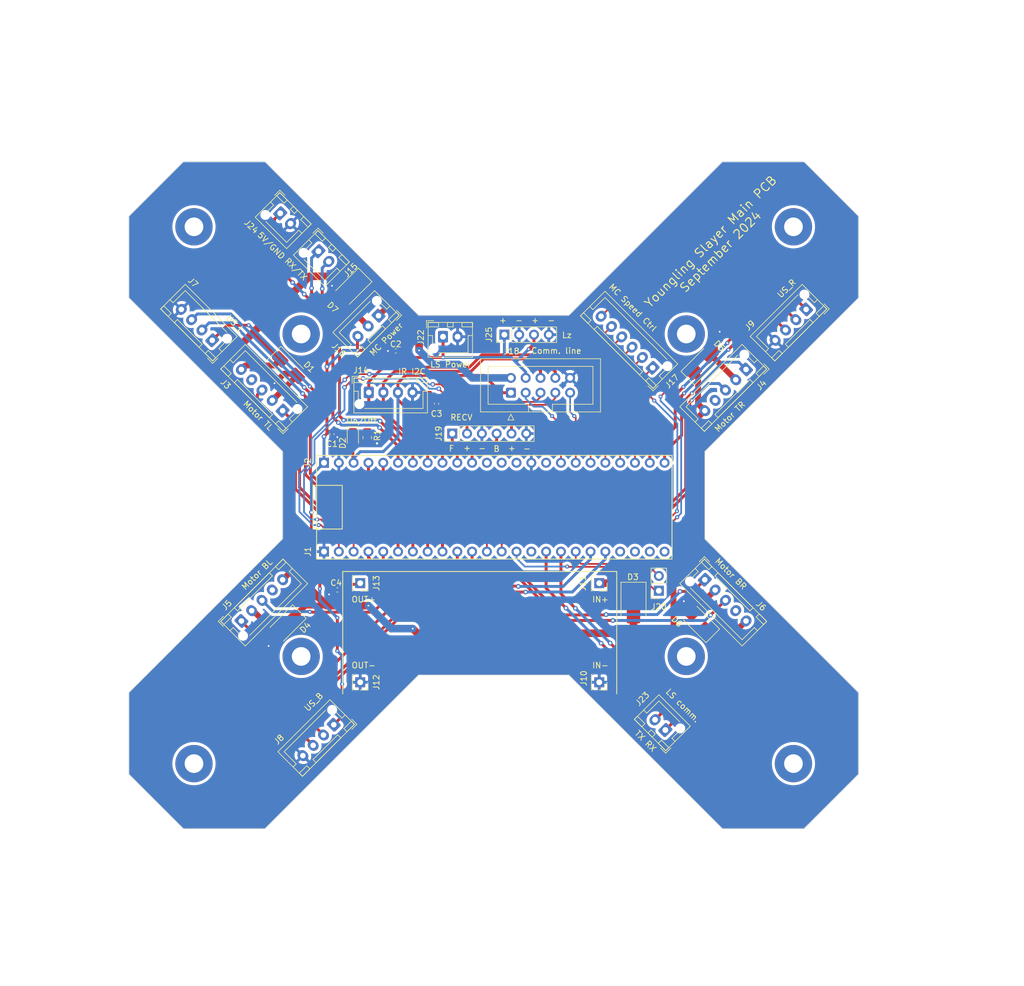
<source format=kicad_pcb>
(kicad_pcb (version 20221018) (generator pcbnew)
  (layers (0 "F.Cu" signal) (31 "B.Cu" power) (34 "B.Paste" user) (35 "F.Paste" user) (36 "B.SilkS" user "B.Silkscreen") (37 "F.SilkS" user "F.Silkscreen") (38 "B.Mask" user) (39 "F.Mask" user) (44 "Edge.Cuts" user))
  (net 0 "")
  (net 1 "Net-(D2-K)")
  (net 2 "+3V3")
  (net 3 "GND")
  (net 4 "BT_RX")
  (net 5 "BT_TX")
  (net 6 "BL_PWM")
  (net 7 "BL_CCW")
  (net 8 "TL_CCW")
  (net 9 "TL_PWM")
  (net 10 "TR_CCW")
  (net 11 "TR_PWM")
  (net 12 "BR_PWM")
  (net 13 "BR_CCW")
  (net 14 "DF_PWM")
  (net 15 "DB_PWM")
  (net 16 "Net-(J1-Pin_14)")
  (net 17 "LS_TX")
  (net 18 "LS_RX")
  (net 19 "Net-(J1-Pin_18)")
  (net 20 "USB_ECHO")
  (net 21 "USB_TRIG")
  (net 22 "DB2")
  (net 23 "DB1")
  (net 24 "DF2")
  (net 25 "DF1")
  (net 26 "+5V")
  (net 27 "USL_ECHO")
  (net 28 "USL_TRIG")
  (net 29 "SCL")
  (net 30 "SDA")
  (net 31 "BNO_RST")
  (net 32 "IDLE")
  (net 33 "USR_ECHO")
  (net 34 "USR_TRIG")
  (net 36 "+12V")
  (net 40 "Net-(D3-K)")
  (net 41 "RX")
  (net 42 "TX")
  (net 47 "RECV_F")
  (net 48 "RECV_B")
  (footprint "MountingHole:MountingHole_3.2mm_M3_Pad" (layer "F.Cu") (at 117.253 54.239)
    (fp_text reference "H4" hide)
    (fp_text value "MountingHole")
  )
  (footprint "Diode_SMD:D_SMA" (layer "F.Cu") (at 119.3292 103.5304 135)
    (fp_text reference "D6")
    (fp_text value "1A Fast SMA")
  )
  (footprint "MountingHole:MountingHole_3.2mm_M3_Pad" (layer "F.Cu") (at 32.814 35.854)
    (fp_text reference "H1" hide)
    (fp_text value "MountingHole")
  )
  (footprint "Connector_PinSocket_2.54mm:PinSocket_1x01_P2.54mm_Vertical" (layer "F.Cu") (at 102.32895 96.9772 -90)
    (fp_text reference "J11")
    (fp_text value "VR_IN+")
  )
  (footprint "MountingHole:MountingHole_3.2mm_M3_Pad" (layer "F.Cu") (at 117.253 109.545)
    (fp_text reference "H6" hide)
    (fp_text value "MountingHole")
  )
  (footprint "Connector_PinSocket_2.54mm:PinSocket_1x24_P2.54mm_Vertical" (layer "F.Cu") (at 55.118 76.327 90)
    (fp_text reference "J2")
    (fp_text value "Teensy 4.1 Right")
  )
  (footprint "Connector_PinSocket_2.54mm:PinSocket_1x01_P2.54mm_Vertical" (layer "F.Cu") (at 61.32895 113.9772 -90)
    (fp_text reference "J12")
    (fp_text value "VR_OUT-")
  )
  (footprint "Connector_PinSocket_2.54mm:PinSocket_1x24_P2.54mm_Vertical" (layer "F.Cu") (at 55.118 91.567 90)
    (fp_text reference "J1")
    (fp_text value "Teensy 4.1 Left")
  )
  (footprint "Connector_IDC:IDC-Header_2x05_P2.54mm_Vertical" (layer "F.Cu") (at 87.1728 64.3128 90)
    (fp_text reference "J18")
    (fp_text value "Comm. wire")
  )
  (footprint "Diode_SMD:D_SMA" (layer "F.Cu") (at 119.9896 59.3344 45)
    (fp_text reference "D5")
    (fp_text value "1A Fast SMA")
  )
  (footprint "Connector_JST:JST_XH_B2B-XH-AM_1x02_P2.50mm_Vertical" (layer "F.Cu") (at 54.163033 40.040633 -45)
    (fp_text reference "J15")
    (fp_text value "Extra UART")
  )
  (footprint "Connector_JST:JST_XH_B5B-XH-AM_1x05_P2.50mm_Vertical" (layer "F.Cu") (at 120.435 96.393 -45)
    (fp_text reference "J6")
    (fp_text value "MotorBR")
  )
  (footprint "Diode_SMD:D_SMA" (layer "F.Cu") (at 48.420586 104.335014 -135)
    (fp_text reference "D4")
    (fp_text value "1A Fast SMA")
  )
  (footprint "Connector_JST:JST_XH_B2B-XH-AM_1x02_P2.50mm_Vertical" (layer "F.Cu") (at 47.609833 33.538233 -45)
    (fp_text reference "J24")
    (fp_text value "Extra Power")
  )
  (footprint "Resistor_SMD:R_0805_2012Metric_Pad1.20x1.40mm_HandSolder" (layer "F.Cu") (at 62.5254 72.009 90)
    (fp_text reference "R1")
    (fp_text value "22R")
  )
  (footprint "Connector_JST:JST_XH_B2B-XH-AM_1x02_P2.50mm_Vertical" (layer "F.Cu") (at 113.665 122.174 135)
    (fp_text reference "J23")
    (fp_text value "LS Comm.")
  )
  (footprint "Connector_PinHeader_2.54mm:PinHeader_1x06_P2.54mm_Vertical" (layer "F.Cu") (at 77.1144 71.3232 90)
    (fp_text reference "J19")
    (fp_text value "Receiver Pins")
  )
  (footprint "Connector_JST:JST_XH_B5B-XH-AM_1x05_P2.50mm_Vertical" (layer "F.Cu") (at 48.017 67.391 135)
    (fp_text reference "J3")
    (fp_text value "MotorTL")
  )
  (footprint "Connector_PinHeader_2.54mm:PinHeader_1x04_P2.54mm_Vertical" (layer "F.Cu") (at 86.0552 54.356 90)
    (fp_text reference "J25")
    (fp_text value "Laser Power")
  )
  (footprint "Capacitor_SMD:C_0402_1005Metric" (layer "F.Cu") (at 74.422 66.1924 90)
    (fp_text reference "C3")
    (fp_text value "0.1uF")
  )
  (footprint "Diode_SMD:D_SMB" (layer "F.Cu") (at 108.204 100.4824 -90)
    (fp_text reference "D3")
    (fp_text value "3A GP SMB")
  )
  (footprint "Diode_SMD:D_SMA" (layer "F.Cu") (at 49.030186 60.002986 -45)
    (fp_text reference "D1")
    (fp_text value "1A Fast SMA")
  )
  (footprint "LED_SMD:LED_0805_2012Metric_Pad1.15x1.40mm_HandSolder" (layer "F.Cu") (at 60.0616 71.9926 -90)
    (fp_text reference "D2")
    (fp_text value "LED")
  )
  (footprint "Connector_PinSocket_2.54mm:PinSocket_1x01_P2.54mm_Vertical" (layer "F.Cu") (at 61.32895 96.9772 -90)
    (fp_text reference "J13")
    (fp_text value "VR_OUT+")
  )
  (footprint "Capacitor_SMD:C_0402_1005Metric" (layer "F.Cu") (at 57.404 98.1456 180)
    (fp_text reference "C4")
    (fp_text value "0.1uF")
  )
  (footprint "Connector_PinSocket_2.54mm:PinSocket_1x01_P2.54mm_Vertical" (layer "F.Cu") (at 102.32895 113.9772 -90)
    (fp_text reference "J10")
    (fp_text value "VR_IN-")
  )
  (footprint "Connector_JST:JST_XH_B4B-XH-AM_1x04_P2.50mm_Vertical" (layer "F.Cu") (at 62.798 64.262)
    (fp_text reference "J14")
    (fp_text value "IR")
  )
  (footprint "Diode_SMD:D_SMA" (layer "F.Cu") (at 59.69372 46.57988 -135)
    (fp_text reference "D7")
    (fp_text value "2A Fast SMA")
  )
  (footprint "MountingHole:MountingHole_3.2mm_M3_Pad" (layer "F.Cu") (at 135.638 35.854)
    (fp_text reference "H3" hide)
    (fp_text value "MountingHole")
  )
  (footprint "Connector_JST:JST_XH_B5B-XH-AM_1x05_P2.50mm_Vertical" (layer "F.Cu") (at 127.506068 60.319932 -135)
    (fp_text reference "J4")
    (fp_text value "MotorTR")
  )
  (footprint "Connector_JST:JST_XH_B3B-XH-AM_1x03_P2.50mm_Vertical" (layer "F.Cu") (at 64.4652 51.1048 -135)
    (fp_text reference "J16")
    (fp_text value "MC Power")
  )
  (footprint "MountingHole:MountingHole_3.2mm_M3_Pad" (layer "F.Cu") (at 51.199 54.239)
    (fp_text reference "H2" hide)
    (fp_text value "MountingHole")
  )
  (footprint "Connector_JST:JST_XH_B6B-XH-AM_1x06_P2.50mm_Vertical" (layer "F.Cu") (at 111.490187 60.035649 135)
    (fp_text reference "J17")
    (fp_text value "Speed CTRL")
  )
  (footprint "Connector_JST:JST_XH_B5B-XH-AM_1x05_P2.50mm_Vertical" (layer "F.Cu") (at 40.945932 103.464068 45)
    (fp_text reference "J5")
    (fp_text value "MotorBL")
  )
  (footprint "MountingHole:MountingHole_3.2mm_M3_Pad" (layer "F.Cu") (at 135.638 127.93)
    (fp_text reference "H5" hide)
    (fp_text value "MountingHole")
  )
  (footprint "MountingHole:MountingHole_3.2mm_M3_Pad" (layer "F.Cu") (at 51.199 109.545)
    (fp_text reference "H8" hide)
    (fp_text value "MountingHole")
  )
  (footprint "Connector_JST:JST_XH_B2B-XH-AM_1x02_P2.50mm_Vertical" (layer "F.Cu") (at 75.5288 54.7116)
    (fp_text reference "J22")
    (fp_text value "LS Power")
  )
  (footprint "MountingHole:MountingHole_3.2mm_M3_Pad" (layer "F.Cu") (at 32.814 127.93)
    (fp_text reference "H7" hide)
    (fp_text value "MountingHole")
  )
  (footprint "Capacitor_SMD:C_0402_1005Metric" (layer "F.Cu") (at 67.4344 57.15)
    (fp_text reference "C2")
    (fp_text value "0.1uF")
  )
  (footprint "Capacitor_SMD:C_0402_1005Metric" (layer "F.Cu") (at 56.4896 71.4248 -90)
    (fp_text reference "C1")
    (fp_text value "0.1uF")
  )
  (footprint "Connector_JST:JST_XH_B4B-XH-AM_1x04_P2.50mm_Vertical" (layer "F.Cu") (at 56.7944 121.2596 -135)
    (fp_text reference "J8")
    (fp_text value "US_B")
  )
  (footprint "Connector_JST:JST_XH_B4B-XH-AM_1x04_P2.50mm_Vertical" (layer "F.Cu") (at 35.945932 55.319932 135)
    (fp_text reference "J7")
    (fp_text value "US_L")
  )
  (footprint "Connector_PinSocket_2.54mm:PinSocket_1x02_P2.54mm_Vertical" (layer "F.Cu") (at 112.5478 98.278 180)
    (fp_text reference "J20")
    (fp_text value "Extra Left")
  )
  (footprint "Connector_JST:JST_XH_B4B-XH-AM_1x04_P2.50mm_Vertical" (layer "F.Cu") (at 137.809369 50.016631 -135)
    (fp_text reference "J9")
    (fp_text value "US_R")
  )
  (gr_line (start 58.32895 94.9772) (end 105.32895 94.9772) (stroke (width 0.15)) (layer "F.SilkS"))
  (gr_line (start 105.32895 94.9772) (end 105.32895 115.9772) (stroke (width 0.15)) (layer "F.SilkS"))
  (gr_line (start 58.32895 94.9772) (end 58.32895 115.9772) (stroke (width 0.15)) (layer "F.SilkS"))
  (gr_rect (start 53.848 92.837) (end 114.808 75.057) (stroke (width 0.15)) (fill none) (layer "F.SilkS"))
  (gr_rect (start 53.248 87.697) (end 58.248 80.197) (stroke (width 0.15)) (fill none) (layer "F.SilkS"))
  (gr_line (start 21.662 48.036) (end 48.017 74.391) (stroke (width 0.1)) (layer "Edge.Cuts"))
  (gr_line (start 146.79 115.748) (end 146.79 129.748) (stroke (width 0.1)) (layer "Edge.Cuts"))
  (gr_line (start 71.351 112.727) (end 97.101 112.727) (stroke (width 0.1)) (layer "Edge.Cuts"))
  (gr_line (start 30.996 24.702) (end 44.996 24.702) (stroke (width 0.1)) (layer "Edge.Cuts"))
  (gr_line (start 21.662 34.036) (end 21.662 48.036) (stroke (width 0.1)) (layer "Edge.Cuts"))
  (gr_line (start 146.79 34.036) (end 146.79 48.036) (stroke (width 0.1)) (layer "Edge.Cuts"))
  (gr_line (start 146.79 48.036) (end 120.435 74.391) (stroke (width 0.1)) (layer "Edge.Cuts"))
  (gr_line (start 137.456 139.082) (end 123.456 139.082) (stroke (width 0.1)) (layer "Edge.Cuts"))
  (gr_line (start 48.017 74.391) (end 48.017 89.393) (stroke (width 0.1)) (layer "Edge.Cuts"))
  (gr_line (start 97.101 51.057) (end 71.351 51.057) (stroke (width 0.1)) (layer "Edge.Cuts"))
  (gr_line (start 44.996 24.702) (end 71.351 51.057) (stroke (width 0.1)) (layer "Edge.Cuts"))
  (gr_line (start 44.996 139.082) (end 71.351 112.727) (stroke (width 0.1)) (layer "Edge.Cuts"))
  (gr_line (start 21.662 34.036) (end 30.996 24.702) (stroke (width 0.1)) (layer "Edge.Cuts"))
  (gr_line (start 146.79 129.748) (end 137.456 139.082) (stroke (width 0.1)) (layer "Edge.Cuts"))
  (gr_line (start 137.456 24.702) (end 146.79 34.036) (stroke (width 0.1)) (layer "Edge.Cuts"))
  (gr_line (start 21.662 115.748) (end 21.662 129.748) (stroke (width 0.1)) (layer "Edge.Cuts"))
  (gr_line (start 30.996 139.082) (end 21.662 129.748) (stroke (width 0.1)) (layer "Edge.Cuts"))
  (gr_line (start 120.435 74.391) (end 120.435 89.393) (stroke (width 0.1)) (layer "Edge.Cuts"))
  (gr_line (start 146.79 115.748) (end 120.435 89.393) (stroke (width 0.1)) (layer "Edge.Cuts"))
  (gr_line (start 21.662 115.748) (end 48.017 89.393) (stroke (width 0.1)) (layer "Edge.Cuts"))
  (gr_line (start 123.456 24.702) (end 137.456 24.702) (stroke (width 0.1)) (layer "Edge.Cuts"))
  (gr_line (start 123.456 24.702) (end 97.101 51.057) (stroke (width 0.1)) (layer "Edge.Cuts"))
  (gr_line (start 97.101 112.727) (end 123.456 139.082) (stroke (width 0.1)) (layer "Edge.Cuts"))
  (gr_line (start 30.996 139.082) (end 44.996 139.082) (stroke (width 0.1)) (layer "Edge.Cuts"))
  (gr_text "B" (at 84.1248 74.5236) (layer "F.SilkS") (effects (font (size 1 1)) (justify left bottom)))
  (gr_text "US_B" (at 52.3748 119.1768 45) (layer "F.SilkS") (effects (font (size 1 1)) (justify left bottom)))
  (gr_text "+" (at 86.614 74.422) (layer "F.SilkS") (effects (font (size 1 1)) (justify left bottom)))
  (gr_text "On/Off" (at 58.8772 69.6976) (layer "F.SilkS") (effects (font (size 1 1)) (justify left bottom)))
  (gr_text "+  -  +  - " (at 85.09 52.4764) (layer "F.SilkS") (effects (font (size 1 1)) (justify left bottom)))
  (gr_text "IR I2C" (at 67.7672 61.2648) (layer "F.SilkS") (effects (font (size 1 1)) (justify left bottom)))
  (gr_text "OUT+" (at 59.7662 100.3562) (layer "F.SilkS") (effects (font (size 1 1)) (justify left bottom)))
  (gr_text "MC Power" (at 63.5508 58.2168 45) (layer "F.SilkS") (effects (font (size 1 1)) (justify left bottom)))
  (gr_text "RX/TX" (at 48.1584 41.8084 315) (layer "F.SilkS") (effects (font (size 1 1)) (justify left bottom)))
  (gr_text "LS Power" (at 73.2536 60.0456) (layer "F.SilkS") (effects (font (size 1 1)) (justify left bottom)))
  (gr_text "US_R" (at 133.477 48.26 45) (layer "F.SilkS") (effects (font (size 1 1)) (justify left bottom)))
  (gr_text "F" (at 76.454 74.4728) (layer "F.SilkS") (effects (font (size 1 1)) (justify left bottom)))
  (gr_text "Motor TR" (at 122.7328 71.2724 45) (layer "F.SilkS") (effects (font (size 1 1)) (justify left bottom)))
  (gr_text "-" (at 81.534 74.422) (layer "F.SilkS") (effects (font (size 1 1)) (justify left bottom)))
  (gr_text "-" (at 89.2048 74.4728) (layer "F.SilkS") (effects (font (size 1 1)) (justify left bottom)))
  (gr_text "LS comm." (at 113.538 115.697 -45) (layer "F.SilkS") (effects (font (size 1 1)) (justify left bottom)))
  (gr_text "RECV" (at 76.708 69.1388) (layer "F.SilkS") (effects (font (size 1 1)) (justify left bottom)))
  (gr_text "IN+" (at 101.0412 100.3562) (layer "F.SilkS") (effects (font (size 1 1)) (justify left bottom)))
  (gr_text "Motor BR" (at 121.9708 93.2688 -45) (layer "F.SilkS") (effects (font (size 1 1)) (justify left bottom)))
  (gr_text "Comm. line" (at 90.5764 57.7088) (layer "F.SilkS") (effects (font (size 1 1)) (justify left bottom)))
  (gr_text "OUT-" (at 59.7662 111.6592) (layer "F.SilkS") (effects (font (size 1 1)) (justify left bottom)))
  (gr_text "TX RX" (at 108.204 122.8344 315) (layer "F.SilkS") (effects (font (size 1 1)) (justify left bottom)))
  (gr_text "MC Speed Ctrl" (at 103.759 46.228 -45) (layer "F.SilkS") (effects (font (size 1 1)) (justify left bottom)))
  (gr_text "Motor TL" (at 41.0464 66.294 -45) (layer "F.SilkS") (effects (font (size 1 1)) (justify left bottom)))
  (gr_text "5V/GND" (at 43.4848 37.338 -45) (layer "F.SilkS") (effects (font (size 1 1)) (justify left bottom)))
  (gr_text "IN-" (at 101.0412 111.6592) (layer "F.SilkS") (effects (font (size 1 1)) (justify left bottom)))
  (gr_text "US_L" (at 38.1 51.562 -45) (layer "F.SilkS") (effects (font (size 1 1)) (justify left bottom)))
  (gr_text "Youngling Slayer Main PCB\nSeptember 2024" (at 123.7488 40.7416 45) (layer "F.SilkS") (effects (font (size 1.5 1.5) (thickness 0.18)) (justify bottom)))
  (gr_text "Motor BL" (at 41.6052 98.3488 45) (layer "F.SilkS") (effects (font (size 1 1)) (justify left bottom)))
  (gr_text "+" (at 78.9432 74.3712) (layer "F.SilkS") (effects (font (size 1 1)) (justify left bottom)))
  (gr_text "Lz" (at 95.8596 55.0164) (layer "F.SilkS") (effects (font (size 1 1)) (justify left bottom)))
  (segment (start 60.0616 70.9676) (end 62.484 70.9676) (width 0.5) (layer "F.Cu") (net 1))
  (segment (start 79.6544 68.834) (end 79.6544 71.3232) (width 0.5) (layer "F.Cu") (net 2))
  (segment (start 60.071 76.2) (end 60.198 76.327) (width 0.5) (layer "F.Cu") (net 2))
  (segment (start 86.0552 68.7832) (end 87.2744 70.0024) (width 0.5) (layer "F.Cu") (net 2))
  (segment (start 82.5246 61.341) (end 85.4964 64.3128) (width 0.5) (layer "F.Cu") (net 2))
  (segment (start 69.088 61.341) (end 82.5246 61.341) (width 0.5) (layer "F.Cu") (net 2))
  (segment (start 87.2744 70.0024) (end 87.2744 71.3232) (width 0.5) (layer "F.Cu") (net 2))
  (segment (start 72.6948 66.6724) (end 74.422 66.6724) (width 0.5) (layer "F.Cu") (net 2))
  (segment (start 60.071 73.027) (end 60.071 76.2) (width 0.5) (layer "F.Cu") (net 2))
  (segment (start 78.5876 68.7832) (end 86.0552 68.7832) (width 0.5) (layer "F.Cu") (net 2))
  (segment (start 67.798 62.631) (end 69.088 61.341) (width 0.5) (layer "F.Cu") (net 2))
  (segment (start 67.798 64.262) (end 67.798 62.631) (width 0.5) (layer "F.Cu") (net 2))
  (segment (start 72.6948 67.8688) (end 73.6092 68.7832) (width 0.5) (layer "F.Cu") (net 2))
  (segment (start 85.4964 64.3128) (end 87.1728 64.3128) (width 0.5) (layer "F.Cu") (net 2))
  (segment (start 67.798 65.512) (end 68.9584 66.6724) (width 0.5) (layer "F.Cu") (net 2))
  (segment (start 68.9584 66.6724) (end 72.6948 66.6724) (width 0.5) (layer "F.Cu") (net 2))
  (segment (start 67.798 64.262) (end 67.798 65.512) (width 0.5) (layer "F.Cu") (net 2))
  (segment (start 73.6092 68.7832) (end 78.5876 68.7832) (width 0.5) (layer "F.Cu") (net 2))
  (segment (start 72.6948 66.6724) (end 72.6948 67.8688) (width 0.5) (layer "F.Cu") (net 2))
  (segment (start 60.0616 73.0176) (end 60.071 73.027) (width 0.5) (layer "F.Cu") (net 2))
  (segment (start 67.798 63.737) (end 67.798 71.902) (width 0.5) (layer "B.Cu") (net 2))
  (segment (start 65.278 74.422) (end 61.341 74.422) (width 0.5) (layer "B.Cu") (net 2))
  (segment (start 61.341 74.422) (end 60.198 75.565) (width 0.5) (layer "B.Cu") (net 2))
  (segment (start 67.798 71.902) (end 65.278 74.422) (width 0.5) (layer "B.Cu") (net 2))
  (segment (start 60.198 75.565) (end 60.198 76.327) (width 0.5) (layer "B.Cu") (net 2))
  (segment (start 70.298 64.262) (end 73.3552 64.262) (width 0.5) (layer "F.Cu") (net 3))
  (segment (start 73.3552 64.262) (end 74.422 65.3288) (width 0.5) (layer "F.Cu") (net 3))
  (segment (start 47.006372 105.749228) (end 47.006372 106.358828) (width 1) (layer "F.Cu") (net 3))
  (segment (start 58.17344 48.36904) (end 62.676967 52.872567) (width 1) (layer "F.Cu") (net 3))
  (segment (start 50.4444 61.4172) (end 50.4444 61.428066) (width 1) (layer "F.Cu") (net 3))
  (segment (start 47.006372 106.358828) (end 45.6184 107.7468) (width 1) (layer "F.Cu") (net 3))
  (segment (start 42.713699 101.696301) (end 42.953445 101.696301) (width 1) (layer "F.Cu") (net 3))
  (segment (start 121.403814 57.920186) (end 122.174 57.15) (width 1) (layer "F.Cu") (net 3))
  (segment (start 122.202767 98.167633) (end 122.202767 98.160767) (width 1) (layer "F.Cu") (net 3))
  (segment (start 62.676967 52.872567) (end 62.697433 52.872567) (width 1) (layer "F.Cu") (net 3))
  (segment (start 116.84 101.0412) (end 117.914986 102.116186) (width 1) (layer "F.Cu") (net 3))
  (segment (start 46.6344 62.6872) (end 48.26 61.0616) (width 1) (layer "F.Cu") (net 3))
  (segment (start 42.953445 101.696301) (end 47.006372 105.749228) (width 1) (layer "F.Cu") (net 3))
  (segment (start 57.376 71.9048) (end 57.404 71.9328) (width 0.5) (layer "F.Cu") (net 3))
  (segment (start 55.9816 98.6028) (end 56.4388 98.1456) (width 0.5) (layer "F.Cu") (net 3))
  (segment (start 118.254214 102.116186) (end 122.202767 98.167633) (width 1) (layer "F.Cu") (net 3))
  (segment (start 117.914986 102.116186) (end 118.254214 102.116186) (width 1) (layer "F.Cu") (net 3))
  (segment (start 50.0888 61.0616) (end 50.4444 61.4172) (width 1) (layer "F.Cu") (net 3))
  (segment (start 48.26 61.0616) (end 50.0888 61.0616) (width 1) (layer "F.Cu") (net 3))
  (segment (start 58.17344 47.65784) (end 58.17344 48.36904) (width 1) (layer "F.Cu") (net 3))
  (segment (start 64.2112 73.009) (end 62.5254 73.009) (width 0.5) (layer "F.Cu") (net 3))
  (segment (start 56.4388 98.1456) (end 56.924 98.1456) (width 0.5) (layer "F.Cu") (net 3))
  (segment (start 55.9816 98.9076) (end 55.9816 98.6028) (width 0.5) (layer "F.Cu") (net 3))
  (segment (start 121.403814 57.920186) (end 121.570788 57.920186) (width 1) (layer "F.Cu") (net 3))
  (segment (start 56.4896 71.9048) (end 57.376 71.9048) (width 0.5) (layer "F.Cu") (net 3))
  (segment (start 74.422 65.3288) (end 74.422 65.7124) (width 0.5) (layer "F.Cu") (net 3))
  (segment (start 122.174 57.15) (end 122.174 54.6608) (width 1) (layer "F.Cu") (net 3))
  (segment (start 122.174 54.6608) (end 122.9868 53.848) (width 1) (layer "F.Cu") (net 3))
  (segment (start 121.570788 57.920186) (end 125.738301 62.087699) (width 1) (layer "F.Cu") (net 3))
  (segment (start 56.4896 45.974) (end 58.17344 47.65784) (width 1) (layer "F.Cu") (net 3))
  (segment (start 66.9544 57.15) (end 66.0908 57.15) (width 0.5) (layer "F.Cu") (net 3))
  (segment (start 116.84 100.076) (end 116.84 101.0412) (width 1) (layer "F.Cu") (net 3))
  (segment (start 50.4444 61.428066) (end 46.249233 65.623233) (width 1) (layer "F.Cu") (net 3))
  (via (at 66.0908 57.15) (size 0.7) (drill 0.3) (layers "F.Cu" "B.Cu") (net 3))
  (via (at 122.9868 53.848) (size 0.7) (drill 0.3) (layers "F.Cu" "B.Cu") (net 3))
  (via (at 55.9816 98.9076) (size 0.7) (drill 0.3) (layers "F.Cu" "B.Cu") (net 3))
  (via (at 56.4896 45.974) (size 0.7) (drill 0.3) (layers "F.Cu" "B.Cu") (net 3))
  (via (at 45.6184 107.7468) (size 0.7) (drill 0.3) (layers "F.Cu" "B.Cu") (net 3))
  (via (at 64.2112 73.009) (size 0.8) (drill 0.4) (layers "F.Cu" "B.Cu") (net 3))
  (via (at 46.6344 62.6872) (size 0.7) (drill 0.3) (layers "F.Cu" "B.Cu") (net 3))
  (via (at 57.404 71.9328) (size 0.7) (drill 0.3) (layers "F.Cu" "B.Cu") (net 3))
  (via (at 116.84 100.076) (size 0.7) (drill 0.3) (layers "F.Cu" "B.Cu") (net 3))
  (segment (start 59.4518 89.373) (end 60.198 90.1192) (width 0.3) (layer "F.Cu") (net 4))
  (segment (start 60.198 90.1192) (end 60.198 91.567) (width 0.3) (layer "F.Cu") (net 4))
  (segment (start 93.6324 66.3876) (end 94.7928 65.2272) (width 0.3) (layer "F.Cu") (net 4))
  (segment (start 54.599672 86.0552) (end 57.917472 89.373) (width 0.3) (layer "F.Cu") (net 4))
  (segment (start 57.917472 89.373) (end 59.4518 89.373) (width 0.3) (layer "F.Cu") (net 4))
  (segment (start 74.803 63.627) (end 77.5636 66.3876) (width 0.3) (layer "F.Cu") (net 4))
  (segment (start 94.7928 65.2272) (end 94.7928 64.3128) (width 0.3) (layer "F.Cu") (net 4))
  (segment (start 53.9496 86.0552) (end 54.599672 86.0552) (width 0.3) (layer "F.Cu") (net 4))
  (segment (start 61.8236 61.8744) (end 60.155931 61.8744) (width 0.3) (layer "F.Cu") (net 4))
  (segment (start 60.155931 61.8744) (end 58.635 63.395331) (width 0.3) (layer "F.Cu") (net 4))
  (segment (start 77.5636 66.3876) (end 93.6324 66.3876) (width 0.3) (layer "F.Cu") (net 4))
  (via (at 58.635 63.395331) (size 0.8) (drill 0.4) (layers "F.Cu" "B.Cu") (net 4))
  (via (at 61.8236 61.8744) (size 0.8) (drill 0.4) (layers "F.Cu" "B.Cu") (net 4))
  (via (at 74.803 63.627) (size 0.8) (drill 0.4) (layers "F.Cu" "B.Cu") (net 4))
  (via (at 53.9496 86.0552) (size 0.7) (drill 0.3) (layers "F.Cu" "B.Cu") (net 4))
  (segment (start 52.9336 86.0552) (end 51.689 84.8106) (width 0.3) (layer "B.Cu") (net 4))
  (segment (start 53.9496 86.0552) (end 52.9336 86.0552) (width 0.3) (layer "B.Cu") (net 4))
  (segment (start 53.4844 72.404139) (end 58.635 67.253539) (width 0.3) (layer "B.Cu") (net 4))
  (segment (start 61.8236 61.8744) (end 71.4248 61.8744) (width 0.3) (layer "B.Cu") (net 4))
  (segment (start 58.635 67.253539) (end 58.635 63.395331) (width 0.3) (layer "B.Cu") (net 4))
  (segment (start 71.4248 61.8744) (end 73.1774 63.627) (width 0.3) (layer "B.Cu") (net 4))
  (segment (start 51.689 78.2066) (end 53.4844 76.4112) (width 0.3) (layer "B.Cu") (net 4))
  (segment (start 51.689 84.8106) (end 51.689 78.2066) (width 0.3) (layer "B.Cu") (net 4))
  (segment (start 53.4844 76.4112) (end 53.4844 72.404139) (width 0.3) (layer "B.Cu") (net 4))
  (segment (start 73.1774 63.627) (end 74.803 63.627) (width 0.3) (layer "B.Cu") (net 4))
  (segment (start 62.8904 61.1244) (end 59.6526 61.1244) (width 0.3) (layer "F.Cu") (net 5))
  (segment (start 54.2036 87.0204) (end 54.61 87.0204) (width 0.3) (layer "F.Cu") (net 5))
  (segment (start 59.6526 61.1244) (end 58.674 62.103) (width 0.3) (layer "F.Cu") (net 5))
  (segment (start 92.2528 65.024) (end 92.2528 64.3128) (width 0.3) (layer "F.Cu") (net 5))
  (segment (start 78.2066 65.8876) (end 91.3892 65.8876) (width 0.3) (layer "F.Cu") (net 5))
  (segment (start 73.7616 62.877) (end 75.196 62.877) (width 0.3) (layer "F.Cu") (net 5))
  (segment (start 57.658 90.0684) (end 57.658 91.567) (width 0.3) (layer "F.Cu") (net 5))
  (segment (start 91.3892 65.8876) (end 92.2528 65.024) (width 0.3) (layer "F.Cu") (net 5))
  (segment (start 54.61 87.0204) (end 57.658 90.0684) (width 0.3) (layer "F.Cu") (net 5))
  (segment (start 75.196 62.877) (end 78.2066 65.8876) (width 0.3) (layer "F.Cu") (net 5))
  (via (at 58.674 62.103) (size 0.8) (drill 0.4) (layers "F.Cu" "B.Cu") (net 5))
  (via (at 62.8904 61.1244) (size 0.8) (drill 0.4) (layers "F.Cu" "B.Cu") (net 5))
  (via (at 54.2036 87.0204) (size 0.7) (drill 0.3) (layers "F.Cu" "B.Cu") (net 5))
  (via (at 73.7616 62.877) (size 0.8) (drill 0.4) (layers "F.Cu" "B.Cu") (net 5))
  (segment (start 50.9016 84.730306) (end 50.9016 78.2828) (width 0.3) (layer "B.Cu") (net 5))
  (segment (start 57.885 67.296433) (end 57.885 62.892) (width 0.3) (layer "B.Cu") (net 5))
  (segment (start 62.8904 61.1244) (end 62.9024 61.1124) (width 0.3) (layer "B.Cu") (net 5))
  (segment (start 53.191694 87.0204) (end 50.9016 84.730306) (width 0.3) (layer "B.Cu") (net 5))
  (segment (start 52.9844 76.2) (end 52.9844 72.197033) (width 0.3) (layer "B.Cu") (net 5))
  (segment (start 54.2036 87.0204) (end 53.191694 87.0204) (width 0.3) (layer "B.Cu") (net 5))
  (segment (start 50.9016 78.2828) (end 52.9844 76.2) (width 0.3) (layer "B.Cu") (net 5))
  (segment (start 57.885 62.892) (end 58.674 62.103) (width 0.3) (layer "B.Cu") (net 5))
  (segment (start 73.134506 62.877) (end 73.7616 62.877) (width 0.3) (layer "B.Cu") (net 5))
  (segment (start 62.9024 61.1124) (end 71.369906 61.1124) (width 0.3) (layer "B.Cu") (net 5))
  (segment (start 52.9844 72.197033) (end 57.885 67.296433) (width 0.3) (layer "B.Cu") (net 5))
  (segment (start 71.369906 61.1124) (end 73.134506 62.877) (width 0.3) (layer "B.Cu") (net 5))
  (segment (start 53.594 114.1476) (end 66.675 101.0666) (width 0.5) (layer "F.Cu") (net 6))
  (segment (start 66.675 101.0666) (end 66.675 95.504) (width 0.5) (layer "F.Cu") (net 6))
  (segment (start 43.5356 106.1212) (end 43.5356 108.6104) (width 0.5) (layer "F.Cu") (net 6))
  (segment (start 40.945932 103.464068) (end 40.945932 103.531532) (width 0.5) (layer "F.Cu") (net 6))
  (segment (start 43.5356 108.6104) (end 49.0728 114.1476) (width 0.5) (layer "F.Cu") (net 6))
  (segment (start 66.675 95.504) (end 65.278 94.107) (width 0.5) (layer "F.Cu") (net 6))
  (segment (start 49.0728 114.1476) (end 53.594 114.1476) (width 0.5) (layer "F.Cu") (net 6))
  (segment (start 65.278 94.107) (end 65.278 91.567) (width 0.5) (layer "F.Cu") (net 6))
  (segment (start 40.945932 103.531532) (end 43.5356 106.1212) (width 0.5) (layer "F.Cu") (net 6))
  (segment (start 52.681895 101.888) (end 52.749495 101.9556) (width 0.5) (layer "F.Cu") (net 7))
  (segment (start 62.738 92.55695) (end 62.738 91.567) (width 0.5) (layer "F.Cu") (net 7))
  (segment (start 63.5508 101.9556) (end 65.975 99.5314) (width 0.5) (layer "F.Cu") (net 7))
  (segment (start 65.975 95.79395) (end 62.738 92.55695) (width 0.5) (layer "F.Cu") (net 7))
  (segment (start 52.749495 101.9556) (end 63.5508 101.9556) (width 0.5) (layer "F.Cu") (net 7))
  (segment (start 65.975 99.5314) (end 65.975 95.79395) (width 0.5) (layer "F.Cu") (net 7))
  (via (at 52.681895 101.888) (size 0.7) (drill 0.3) (layers "F.Cu" "B.Cu") (net 7))
  (segment (start 52.647895 101.854) (end 46.406932 101.854) (width 0.5) (layer "B.Cu") (net 7))
  (segment (start 46.406932 101.854) (end 44.481466 99.928534) (width 0.5) (layer "B.Cu") (net 7))
  (segment (start 52.681895 101.888) (end 52.647895 101.854) (width 0.5) (layer "B.Cu") (net 7))
  (segment (start 67.818 90.043) (end 67.818 91.567) (width 0.5) (layer "F.Cu") (net 8))
  (segment (start 66.548 88.773) (end 67.818 90.043) (width 0.5) (layer "F.Cu") (net 8))
  (segment (start 58.166 88.773) (end 66.548 88.773) (width 0.5) (layer "F.Cu") (net 8))
  (segment (start 44.481466 63.855466) (end 43.688 64.648932) (width 0.5) (layer "F.Cu") (net 8))
  (segment (start 43.688 66.4464) (end 50.226 72.9844) (width 0.5) (layer "F.Cu") (net 8))
  (segment (start 50.226 72.9844) (end 50.226 80.833) (width 0.5) (layer "F.Cu") (net 8))
  (segment (start 43.688 64.648932) (end 43.688 66.4464) (width 0.5) (layer "F.Cu") (net 8))
  (segment (start 50.226 80.833) (end 58.166 88.773) (width 0.5) (layer "F.Cu") (net 8))
  (segment (start 50.926 80.54305) (end 58.39395 88.011) (width 0.5) (layer "F.Cu") (net 9))
  (segment (start 70.358 90.043) (end 70.358 91.567) (width 0.5) (layer "F.Cu") (net 9))
  (segment (start 68.326 88.011) (end 70.358 90.043) (width 0.5) (layer "F.Cu") (net 9))
  (segment (start 48.017 67.391) (end 50.926 70.3) (width 0.5) (layer "F.Cu") (net 9))
  (segment (start 58.39395 88.011) (end 68.326 88.011) (width 0.5) (layer "F.Cu") (net 9))
  (segment (start 50.926 70.3) (end 50.926 80.54305) (width 0.5) (layer "F.Cu") (net 9))
  (segment (start 111.567999 87.314) (end 78.167 87.314) (width 0.5) (layer "F.Cu") (net 10))
  (segment (start 117.856 65.943686) (end 117.856 81.026) (width 0.5) (layer "F.Cu") (net 10))
  (segment (start 117.856 81.026) (end 111.567999 87.314) (width 0.5) (layer "F.Cu") (net 10))
  (segment (start 118.188843 65.610843) (end 117.856 65.943686) (width 0.5) (layer "F.Cu") (net 10))
  (segment (start 78.167 87.314) (end 75.438 90.043) (width 0.5) (layer "F.Cu") (net 10))
  (segment (start 75.438 90.043) (end 75.438 91.567) (width 0.5) (layer "F.Cu") (net 10))
  (via (at 118.188843 65.610843) (size 0.7) (drill 0.3) (layers "F.Cu" "B.Cu") (net 10))
  (segment (start 121.061686 62.738) (end 122.853068 62.738) (width 0.5) (layer "B.Cu") (net 10))
  (segment (start 118.188843 65.610843) (end 121.061686 62.738) (width 0.5) (layer "B.Cu") (net 10))
  (segment (start 122.853068 62.738) (end 123.970534 63.855466) (width 0.5) (layer "B.Cu") (net 10))
  (segment (start 76.327 86.614) (end 72.898 90.043) (width 0.5) (layer "F.Cu") (net 11))
  (segment (start 72.898 90.043) (end 72.898 91.567) (width 0.5) (layer "F.Cu") (net 11))
  (segment (start 117.156 65.47) (end 118.2116 64.4144) (width 0.5) (layer "F.Cu") (net 11))
  (segment (start 117.156 65.496051) (end 117.156 65.47) (width 0.5) (layer "F.Cu") (net 11))
  (segment (start 117.156 65.496051) (end 117.156 80.73605) (width 0.5) (layer "F.Cu") (net 11))
  (segment (start 111.27805 86.614) (end 76.327 86.614) (width 0.5) (layer "F.Cu") (net 11))
  (segment (start 117.156 80.73605) (end 111.27805 86.614) (width 0.5) (layer "F.Cu") (net 11))
  (via (at 118.2116 64.4144) (size 0.7) (drill 0.3) (layers "F.Cu" "B.Cu") (net 11))
  (segment (start 118.2116 64.4144) (end 123.5456 59.0804) (width 0.5) (layer "B.Cu") (net 11))
  (segment (start 123.5456 59.0804) (end 126.266536 59.0804) (width 0.5) (layer "B.Cu") (net 11))
  (segment (start 126.266536 59.0804) (end 127.506068 60.319932) (width 0.5) (layer "B.Cu") (net 11))
  (segment (start 95.82 102.424) (end 88.7476 95.3516) (width 0.5) (layer "F.Cu") (net 12))
  (segment (start 103.443 102.424) (end 95.82 102.424) (width 0.5) (layer "F.Cu") (net 12))
  (segment (start 118.4284 98.3996) (end 116.1796 98.3996) (width 0.5) (layer "F.Cu") (net 12))
  (segment (start 103.505 102.362) (end 103.443 102.424) (width 0.5) (layer "F.Cu") (net 12))
  (segment (start 80.518 93.345) (end 80.518 91.567) (width 0.5) (layer "F.Cu") (net 12))
  (segment (start 88.7476 95.3516) (end 82.5246 95.3516) (width 0.5) (layer "F.Cu") (net 12))
  (segment (start 82.5246 95.3516) (end 80.518 93.345) (width 0.5) (layer "F.Cu") (net 12))
  (segment (start 120.435 96.393) (end 118.4284 98.3996) (width 0.5) (layer "F.Cu") (net 12))
  (via (at 103.505 102.362) (size 0.8) (drill 0.4) (layers "F.Cu" "B.Cu") (net 12))
  (via (at 116.1796 98.3996) (size 0.8) (drill 0.4) (layers "F.Cu" "B.Cu") (net 12))
  (segment (start 116.1796 98.4504) (end 112.268 102.362) (width 0.5) (layer "B.Cu") (net 12))
  (segment (start 112.268 102.362) (end 103.505 102.362) (width 0.5) (layer "B.Cu") (net 12))
  (segment (start 116.1796 98.3996) (end 116.1796 98.4504) (width 0.5) (layer "B.Cu") (net 12))
  (segment (start 121.412 102.4636) (end 123.947066 99.928534) (width 0.5) (layer "F.Cu") (net 13))
  (segment (start 88.45765 96.0516) (end 95.78405 103.378) (width 0.5) (layer "F.Cu") (net 13))
  (segment (start 77.978 91.567) (end 77.978 93.345478) (width 0.5) (layer "F.Cu") (net 13))
  (segment (start 95.78405 103.378) (end 104.648 103.378) (width 0.5) (layer "F.Cu") (net 13))
  (segment (start 123.947066 99.928534) (end 123.970534 99.928534) (width 0.5) (layer "F.Cu") (net 13))
  (segment (start 80.684122 96.0516) (end 88.45765 96.0516) (width 0.5) (layer "F.Cu") (net 13))
  (segment (start 77.978 93.345478) (end 80.684122 96.0516) (width 0.5) (layer "F.Cu") (net 13))
  (via (at 104.648 103.378) (size 0.8) (drill 0.4) (layers "F.Cu" "B.Cu") (net 13))
  (via (at 121.412 102.4636) (size 0.8) (drill 0.4) (layers "F.Cu" "B.Cu") (net 13))
  (segment (start 120.4976 103.378) (end 104.648 103.378) (width 0.5) (layer "B.Cu") (net 13))
  (segment (start 121.412 102.4636) (end 120.4976 103.378) (width 0.5) (layer "B.Cu") (net 13))
  (segment (start 83.058 90.043) (end 83.058 91.567) (width 0.3) (layer "F.Cu") (net 14))
  (segment (start 110.49 64.389) (end 110.49 61.035836) (width 0.3) (layer "F.Cu") (net 14))
  (segment (start 112.365 87.914) (end 85.187 87.914) (width 0.3) (layer "F.Cu") (net 14))
  (segment (start 111.76 65.659) (end 110.49 64.389) (width 0.3) (layer "F.Cu") (net 14))
  (segment (start 110.49 61.035836) (end 111.490187 60.035649) (width 0.3) (layer "F.Cu") (net 14))
  (segment (start 115.6589 84.6201) (end 112.365 87.914) (width 0.3) (layer "F.Cu") (net 14))
  (segment (start 85.187 87.914) (end 83.058 90.043) (width 0.3) (layer "F.Cu") (net 14))
  (via (at 115.6589 84.6201) (size 0.7) (drill 0.3) (layers "F.Cu" "B.Cu") (net 14))
  (via (at 111.76 65.659) (size 0.7) (drill 0.3) (layers "F.Cu" "B.Cu") (net 14))
  (segment (start 115.7224 69.6214) (end 111.76 65.659) (width 0.3) (layer "B.Cu") (net 14))
  (segment (start 115.7224 84.5566) (end 115.7224 69.6214) (width 0.3) (layer "B.Cu") (net 14))
  (segment (start 115.6589 84.6201) (end 115.7224 84.5566) (width 0.3) (layer "B.Cu") (net 14))
  (segment (start 103.683166 50.165) (end 102.651352 51.196814) (width 0.3) (layer "F.Cu") (net 15))
  (segment (start 115.69065 85.66785) (end 112.9445 88.414) (width 0.3) (layer "F.Cu") (net 15))
  (segment (start 87.481 88.414) (end 85.598 90.297) (width 0.3) (layer "F.Cu") (net 15))
  (segment (start 115.5192 59.2582) (end 106.426 50.165) (width 0.3) (layer "F.Cu") (net 15))
  (segment (start 106.426 50.165) (end 103.683166 50.165) (width 0.3) (layer "F.Cu") (net 15))
  (segment (start 115.5192 62.292428) (end 115.5192 59.2582) (width 0.3) (layer "F.Cu") (net 15))
  (segment (start 112.9445 88.414) (end 87.481 88.414) (width 0.3) (layer "F.Cu") (net 15))
  (segment (start 112.845314 64.966314) (end 115.5192 62.292428) (width 0.3) (layer "F.Cu") (net 15))
  (segment (start 85.598 90.297) (end 85.598 91.567) (width 0.3) (layer "F.Cu") (net 15))
  (via (at 112.845314 64.966314) (size 0.7) (drill 0.3) (layers "F.Cu" "B.Cu") (net 15))
  (via (at 115.69065 85.66785) (size 0.7) (drill 0.3) (layers "F.Cu" "B.Cu") (net 15))
  (segment (start 116.3828 84.9757) (end 116.3828 69.2658) (width 0.3) (layer "B.Cu") (net 15))
  (segment (start 116.3828 69.2658) (end 112.845314 65.728314) (width 0.3) (layer "B.Cu") (net 15))
  (segment (start 115.69065 85.66785) (end 116.3828 84.9757) (width 0.3) (layer "B.Cu") (net 15))
  (segment (start 112.845314 65.728314) (end 112.845314 64.966314) (width 0.3) (layer "B.Cu") (net 15))
  (segment (start 96.8248 94.1324) (end 96.8676 94.1752) (width 0.3) (layer "F.Cu") (net 16))
  (segment (start 107.8404 94.1752) (end 111.9432 98.278) (width 0.3) (layer "F.Cu") (net 16))
  (segment (start 96.8676 94.1752) (end 107.8404 94.1752) (width 0.3) (layer "F.Cu") (net 16))
  (segment (start 111.9432 98.278) (end 112.5478 98.278) (width 0.3) (layer "F.Cu") (net 16))
  (via (at 96.8248 94.1324) (size 0.7) (drill 0.3) (layers "F.Cu" "B.Cu") (net 16))
  (segment (start 89.5604 94.1324) (end 88.138 92.71) (width 0.3) (layer "B.Cu") (net 16))
  (segment (start 88.138 92.71) (end 88.138 91.567) (width 0.3) (layer "B.Cu") (net 16))
  (segment (start 96.8248 94.1324) (end 89.5604 94.1324) (width 0.3) (layer "B.Cu") (net 16))
  (segment (start 104.2035 107.2515) (end 114.7064 117.7544) (width 0.5) (layer "F.Cu") (net 17))
  (segment (start 114.7064 117.7544) (end 114.7064 121.1326) (width 0.5) (layer "F.Cu") (net 17))
  (segment (start 95.758 98.806) (end 95.758 91.567) (width 0.5) (layer "F.Cu") (net 17))
  (segment (start 98.2345 101.2825) (end 95.758 98.806) (width 0.5) (layer "F.Cu") (net 17))
  (segment (start 114.7064 121.1326) (end 113.665 122.174) (width 0.5) (layer "F.Cu") (net 17))
  (via (at 104.2035 107.2515) (size 0.8) (drill 0.4) (layers "F.Cu" "B.Cu") (net 17))
  (via (at 98.2345 101.2825) (size 0.8) (drill 0.4) (layers "F.Cu" "B.Cu") (net 17))
  (segment (start 98.2345 101.2825) (end 104.2035 107.2515) (width 0.5) (layer "B.Cu") (net 17))
  (segment (start 112.8776 119.425866) (end 111.897233 120.406233) (width 0.5) (layer "F.Cu") (net 18))
  (segment (start 102.649959 107.281041) (end 112.8776 117.508682) (width 0.5) (layer "F.Cu") (net 18))
  (segment (start 93.218 97.849082) (end 93.218 91.567) (width 0.5) (layer "F.Cu") (net 18))
  (segment (start 96.617459 101.248541) (end 93.218 97.849082) (width 0.5) (layer "F.Cu") (net 18))
  (segment (start 112.8776 117.508682) (end 112.8776 119.425866) (width 0.5) (layer "F.Cu") (net 18))
  (via (at 96.617459 101.248541) (size 0.8) (drill 0.4) (layers "F.Cu" "B.Cu") (net 18))
  (via (at 102.649959 107.281041) (size 0.8) (drill 0.4) (layers "F.Cu" "B.Cu") (net 18))
  (segment (start 102.649959 107.281041) (end 96.617459 101.248541) (width 0.5) (layer "B.Cu") (net 18))
  (segment (start 110.485 93.6752) (end 99.2124 93.6752) (width 0.3) (layer "F.Cu") (net 19))
  (segment (start 99.2124 93.6752) (end 98.298 92.7608) (width 0.3) (layer "F.Cu") (net 19))
  (segment (start 112.5478 95.738) (end 110.485 93.6752) (width 0.3) (layer "F.Cu") (net 19))
  (segment (start 98.298 92.7608) (end 98.298 91.567) (width 0.3) (layer "F.Cu") (net 19))
  (segment (start 72.4408 97.4852) (end 52.2224 117.7036) (width 0.5) (layer "F.Cu") (net 20))
  (segment (start 52.2224 117.7036) (end 52.2224 123.758668) (width 0.5) (layer "F.Cu") (net 20))
  (segment (start 88.392 97.4852) (end 72.4408 97.4852) (width 0.5) (layer "F.Cu") (net 20))
  (segment (start 88.4428 97.536) (end 88.392 97.4852) (width 0.5) (layer "F.Cu") (net 20))
  (segment (start 52.2224 123.758668) (end 53.258866 124.795134) (width 0.5) (layer "F.Cu") (net 20))
  (via (at 88.4428 97.536) (size 0.8) (drill 0.4) (layers "F.Cu" "B.Cu") (net 20))
  (segment (start 96.139 97.536) (end 100.838 92.837) (width 0.5) (layer "B.Cu") (net 20))
  (segment (start 88.4428 97.536) (end 96.139 97.536) (width 0.5) (layer "B.Cu") (net 20))
  (segment (start 100.838 92.837) (end 100.838 91.567) (width 0.5) (layer "B.Cu") (net 20))
  (segment (start 89.6992 98.5012) (end 72.41475 98.5012) (width 0.5) (layer "F.Cu") (net 21))
  (segment (start 53.848 121.848734) (end 55.026633 123.027367) (width 0.5) (layer "F.Cu") (net 21))
  (segment (start 89.702184 98.498216) (end 89.6992 98.5012) (width 0.5) (layer "F.Cu") (net 21))
  (segment (start 72.41475 98.5012) (end 53.848 117.06795) (width 0.5) (layer "F.Cu") (net 21))
  (segment (start 53.848 117.06795) (end 53.848 121.848734) (width 0.5) (layer "F.Cu") (net 21))
  (via (at 89.702184 98.498216) (size 0.8) (drill 0.4) (layers "F.Cu" "B.Cu") (net 21))
  (segment (start 89.702184 98.498216) (end 97.716784 98.498216) (width 0.5) (layer "B.Cu") (net 21))
  (segment (start 103.378 92.837) (end 103.378 91.567) (width 0.5) (layer "B.Cu") (net 21))
  (segment (start 97.716784 98.498216) (end 103.378 92.837) (width 0.5) (layer "B.Cu") (net 21))
  (segment (start 100.838 56.5457) (end 104.419119 52.964581) (width 0.3) (layer "F.Cu") (net 22))
  (segment (start 100.838 76.327) (end 100.838 56.5457) (width 0.3) (layer "F.Cu") (net 22))
  (segment (start 103.378 76.327) (end 103.378 57.541234) (width 0.3) (layer "F.Cu") (net 23))
  (segment (start 103.378 57.541234) (end 106.186886 54.732348) (width 0.3) (layer "F.Cu") (net 23))
  (segment (start 108.2548 72.4408) (end 108.2548 61.362307) (width 0.3) (layer "F.Cu") (net 24))
  (segment (start 108.2548 61.362307) (end 108.212 61.319507) (width 0.3) (layer "F.Cu") (net 24))
  (segment (start 106.7308 57.723968) (end 107.954653 56.500115) (width 0.3) (layer "F.Cu") (net 24))
  (segment (start 105.918 74.7776) (end 108.2548 72.4408) (width 0.3) (layer "F.Cu") (net 24))
  (segment (start 108.212 61.319507) (end 108.212 60.4092) (width 0.3) (layer "F.Cu") (net 24))
  (segment (start 108.212 60.4092) (end 106.7308 58.928) (width 0.3) (layer "F.Cu") (net 24))
  (segment (start 106.7308 58.928) (end 106.7308 57.723968) (width 0.3) (layer "F.Cu") (net 24))
  (segment (start 105.918 76.327) (end 105.918 74.7776) (width 0.3) (layer "F.Cu") (net 24))
  (segment (start 108.458 74.7776) (end 109.982 73.2536) (width 0.3) (layer "F.Cu") (net 25))
  (segment (start 108.712 61.0108) (end 108.712 59.278302) (width 0.3) (layer "F.Cu") (net 25))
  (segment (start 109.982 73.2536) (end 109.982 62.2808) (width 0.3) (layer "F.Cu") (net 25))
  (segment (start 108.458 76.327) (end 108.458 74.7776) (width 0.3) (layer "F.Cu") (net 25))
  (segment (start 108.712 59.278302) (end 109.72242 58.267882) (width 0.3) (layer "F.Cu") (net 25))
  (segment (start 109.982 62.2808) (end 108.712 61.0108) (width 0.3) (layer "F.Cu") (net 25))
  (segment (start 95.5548 56.8452) (end 90.2208 56.8452) (width 0.5) (layer "F.Cu") (net 26))
  (segment (start 67.9196 58.2676) (end 67.9144 58.2624) (width 0.5) (layer "F.Cu") (net 26))
  (segment (start 91.1352 55.9308) (end 90.2208 56.8452) (width 0.5) (layer "F.Cu") (net 26))
  (segment (start 99.9744 50.1396) (end 99.9744 52.4256) (width 0.5) (layer "F.Cu") (net 26))
  (segment (start 135.697138 47.9044) (end 102.2096 47.9044) (width 0.5) (layer "F.Cu") (net 26))
  (segment (start 75.5396 58.2676) (end 75.5396 54.7224) (width 0.5) (layer "F.Cu") (net 26))
  (segment (start 58.2168 114.3) (end 58.2168 119.8372) (width 0.5) (layer "F.Cu") (net 26))
  (segment (start 55.118 71.8312) (end 55.626 71.3232) (width 0.5) (layer "F.Cu") (net 26))
  (segment (start 54.4068 96.8756) (end 55.1942 96.0882) (width 0.5) (layer "F.Cu") (net 26))
  (segment (start 52.959 84.836) (end 52.959 93.853) (width 0.5) (layer "F.Cu") (net 26))
  (segment (start 56.2864 97.1804) (end 61.12575 97.1804) (width 0.5) (layer "F.Cu") (net 26))
  (segment (start 51.7144 47.3964) (end 55.626 51.308) (width 0.5) (layer "F.Cu") (net 26))
  (segment (start 55.626 64.7192) (end 55.626 59.8424) (width 0.5) (layer "F.Cu") (net 26))
  (segment (start 38.51695 52.748914) (end 42.196286 52.748914) (width 0.5) (layer "F.Cu") (net 26))
  (segment (start 64.516 57.0484) (end 60.8584 57.0484) (width 0.5) (layer "F.Cu") (net 26))
  (segment (start 58.2168 119.8372) (end 56.7944 121.2596) (width 0.5) (layer "F.Cu") (net 26))
  (segment (start 57.884 98.1456) (end 57.884 97.254) (width 0.5) (layer "F.Cu") (net 26))
  (segment (start 67.9144 58.2624) (end 67.9144 57.15) (width 0.5) (layer "F.Cu") (net 26))
  (segment (start 55.626 51.308) (end 55.626 59.8424) (width 0.5) (layer "F.Cu") (net 26))
  (segment (start 75.5396 54.7224) (end 75.5288 54.7116) (width 0.5) (layer "F.Cu") (net 26))
  (segment (start 55.1942 96.0882) (end 56.2864 97.1804) (width 0.5) (layer "F.Cu") (net 26))
  (segment (start 91.1352 54.356) (end 91.1352 55.9308) (width 0.5) (layer "F.Cu") (net 26))
  (segment (start 55.626 71.3232) (end 55.626 64.7192) (width 0.5) (layer "F.Cu") (net 26))
  (segment (start 102.2096 47.9044) (end 99.9744 50.1396) (width 0.5) (layer "F.Cu") (net 26))
  (segment (start 75.5396 58.2676) (end 67.9196 58.2676) (width 0.5) (layer "F.Cu") (net 26))
  (segment (start 137.809369 50.016631) (end 135.697138 47.9044) (width 0.5) (layer "F.Cu") (net 26))
  (segment (start 99.9744 52.4256) (end 95.5548 56.8452) (width 0.5) (layer "F.Cu") (net 26))
  (segment (start 35.945932 55.319932) (end 38.51695 52.748914) (width 0.5) (layer "F.Cu") (net 26))
  (segment (start 65.7352 58.2676) (end 64.516 57.0484) (width 0.5) (layer "F.Cu") (net 26))
  (segment (start 52.959 93.853) (end 55.1942 96.0882) (width 0.5) (layer "F.Cu") (net 26))
  (segment (start 60.8584 57.0484) (end 60.8584 54.641262) (width 0.5) (layer "F.Cu") (net 26))
  (segment (start 67.9196 58.2676) (end 65.7352 58.2676) (width 0.5) (layer "F.Cu") (net 26))
  (segment (start 49.7332 45.4152) (end 46.6344 42.3164) (width 0.5) (layer "F.Cu") (net 26))
  (segment (start 46.6344 34.513666) (end 47.609833 33.538233) (width 0.5) (layer "F.Cu") (net 26))
  (segment (start 52.686486 63.239114) (end 54.166572 64.7192) (width 0.5) (layer "F.Cu") (net 26))
  (segment (start 54.166572 64.7192) (end 55.626 64.7192) (width 0.5) (layer "F.Cu") (net 26))
  (segment (start 61.12575 97.1804) (end 61.32895 96.9772) (width 0.5) (layer "F.Cu") (net 26))
  (segment (start 75.5288 58.2568) (end 75.5396 58.2676) (width 0.5) (layer "F.Cu") (net 26))
  (segment (start 55.626 70.9448) (end 56.4896 70.9448) (width 0.5) (layer "F.Cu") (net 26))
  (segment (start 54.4068 97.9424) (end 54.4068 96.8756) (width 0.5) (layer "F.Cu") (net 26))
  (segment (start 46.6344 42.3164) (end 46.6344 34.513666) (width 0.5) (layer "F.Cu") (net 26))
  (segment (start 57.404 102.9208) (end 57.404 108.6104) (width 0.5) (layer "F.Cu") (net 26))
  (via (at 57.404 108.6104) (size 0.7) (drill 0.3) (layers "F.Cu" "B.Cu") (net 26))
  (via (at 55.118 71.8312) (size 0.8) (drill 0.4) (layers "F.Cu" "B.Cu") (net 26))
  (via (at 55.626 59.8424) (size 0.8) (drill 0.4) (layers "F.Cu" "B.Cu") (net 26))
  (via (at 52.959 84.836) (size 0.8) (drill 0.4) (layers "F.Cu" "B.Cu") (net 26))
  (via (at 57.404 102.9208) (size 0.7) (drill 0.3) (layers "F.Cu" "B.Cu") (net 26))
  (via (at 58.2168 114.3) (size 0.7) (drill 0.3) (layers "F.Cu" "B.Cu") (net 26))
  (via (at 49.7332 45.4152) (size 0.8) (drill 0.4) (layers "F.Cu" "B.Cu") (net 26))
  (via (at 75.5396 58.2676) (size 0.7) (drill 0.3) (layers "F.Cu" "B.Cu") (net 26))
  (via (at 54.4068 97.9424) (size 0.7) (drill 0.3) (layers "F.Cu" "B.Cu") (net 26))
  (via (at 51.7144 47.3964) (size 0.8) (drill 0.4) (layers "F.Cu" "B.Cu") (net 26))
  (via (at 60.8584 57.0484) (size 0.7) (drill 0.3) (layers "F.Cu" "B.Cu") (net 26))
  (via (at 42.196286 52.748914) (size 0.7) (drill 0.3) (layers "F.Cu" "B.Cu") (net 26))
  (via (at 90.2208 56.8452) (size 0.7) (drill 0.3) (layers "F.Cu" "B.Cu") (net 26))
  (via (at 52.686486 63.239114) (size 0.7) (drill 0.3) (layers "F.Cu" "B.Cu") (net 26))
  (segment (start 86.0552 54.356) (end 86.0552 58.2676) (width 0.5) (layer "B.Cu") (net 26))
  (segment (start 57.404 102.9208) (end 54.4068 99.9236) (width 0.5) (layer "B.Cu") (net 26))
  (segment (start 87.2236 58.2676) (end 88.011 59.055) (width 0.5) (layer "B.Cu") (net 26))
  (segment (start 52.686486 63.168404) (end 52.686486 63.239114) (width 0.5) (layer "B.Cu") (net 26))
  (segment (start 55.118 71.8312) (end 55.118 76.327) (width 0.5) (layer "B.Cu") (net 26))
  (segment (start 86.0552 58.2676) (end 87.2236 58.2676) (width 0.5) (layer "B.Cu") (net 26))
  (segment (start 42.266996 52.748914) (end 52.686486 63.168404) (width 0.5) (layer "B.Cu") (net 26))
  (segment (start 57.404 108.6104) (end 58.2168 109.4232) (width 0.5) (layer "B.Cu") (net 26))
  (segment (start 58.42 57.0484) (end 60.8584 57.0484) (width 0.5) (layer "B.Cu") (net 26))
  (segment (start 52.959 84.836) (end 52.959 78.486) (width 0.5) (layer "B.Cu") (net 26))
  (segment (start 90.2208 56.8452) (end 88.011 59.055) (width 0.5) (layer "B.Cu") (net 26))
  (segment (start 58.2168 109.4232) (end 58.2168 114.3) (width 0.5) (layer "B.Cu") (net 26))
  (segment (start 52.959 78.486) (end 55.118 76.327) (width 0.5) (layer "B.Cu") (net 26))
  (segment (start 89.7128 60.7568) (end 89.7128 61.7728) (width 0.5) (layer "B.Cu") (net 26))
  (segment (start 42.196286 52.748914) (end 42.266996 52.748914) (width 0.5) (layer "B.Cu") (net 26))
  (segment (start 54.4068 99.9236) (end 54.4068 97.9424) (width 0.5) (layer "B.Cu") (net 26))
  (segment (start 49.7332 45.4152) (end 51.7144 47.3964) (width 0.5) (layer "B.Cu") (net 26))
  (segment (start 88.011 59.055) (end 89.7128 60.7568) (width 0.5) (layer "B.Cu") (net 26))
  (segment (start 75.5396 58.2676) (end 86.0552 58.2676) (width 0.5) (layer "B.Cu") (net 26))
  (segment (start 55.626 59.8424) (end 58.42 57.0484) (width 0.5) (layer "B.Cu") (net 26))
  (segment (start 52.7812 64.4652) (end 52.7812 78.20725) (width 0.5) (layer "F.Cu") (net 27))
  (segment (start 61.025 79.818) (end 62.738 78.105) (width 0.5) (layer "F.Cu") (net 27))
  (segment (start 54.39195 79.818) (end 61.025 79.818) (width 0.5) (layer "F.Cu") (net 27))
  (segment (start 51.7144 63.3984) (end 52.7812 64.4652) (width 0.5) (layer "F.Cu") (net 27))
  (segment (start 62.738 78.105) (end 62.738 76.327) (width 0.5) (layer "F.Cu") (net 27))
  (segment (start 52.7812 78.20725) (end 54.39195 79.818) (width 0.5) (layer "F.Cu") (net 27))
  (via (at 51.7144 63.3984) (size 0.8) (drill 0.4) (layers "F.Cu" "B.Cu") (net 27))
  (segment (start 39.116 50.8) (end 33.394796 50.8) (width 0.5) (layer "B.Cu") (net 27))
  (segment (start 33.394796 50.8) (end 32.410398 51.784398) (width 0.5) (layer "B.Cu") (net 27))
  (segment (start 51.7144 63.3984) (end 39.116 50.8) (width 0.5) (layer "B.Cu") (net 27))
  (segment (start 62.865 80.518) (end 65.278 78.105) (width 0.5) (layer "F.Cu") (net 28))
  (segment (start 65.278 78.105) (end 65.278 76.327) (width 0.5) (layer "F.Cu") (net 28))
  (segment (start 51.4604 64.4652) (end 51.9312 64.936) (width 0.5) (layer "F.Cu") (net 28))
  (segment (start 54.102 80.518) (end 62.865 80.518) (width 0.5) (layer "F.Cu") (net 28))
  (segment (start 51.9312 64.936) (end 51.9312 78.3472) (width 0.5) (layer "F.Cu") (net 28))
  (segment (start 51.9312 78.3472) (end 54.102 80.518) (width 0.5) (layer "F.Cu") (net 28))
  (via (at 51.4604 64.4652) (size 0.8) (drill 0.4) (layers "F.Cu" "B.Cu") (net 28))
  (segment (start 35.40633 52.324) (end 34.178165 53.552165) (width 0.5) (layer "B.Cu") (net 28))
  (segment (start 51.4604 64.4652) (end 39.3192 52.324) (width 0.5) (layer "B.Cu") (net 28))
  (segment (start 39.3192 52.324) (end 35.40633 52.324) (width 0.5) (layer "B.Cu") (net 28))
  (segment (start 70.3326 73.4314) (end 71.7042 73.4314) (width 0.5) (layer "F.Cu") (net 29))
  (segment (start 71.7042 73.4314) (end 72.898 74.6252) (width 0.5) (layer "F.Cu") (net 29))
  (segment (start 62.798 64.262) (end 62.798 65.8968) (width 0.5) (layer "F.Cu") (net 29))
  (segment (start 82.1944 57.8104) (end 80.0638 59.941) (width 0.5) (layer "F.Cu") (net 29))
  (segment (start 80.0638 59.941) (end 65.281 59.941) (width 0.5) (layer "F.Cu") (net 29))
  (segment (start 91.8972 57.8104) (end 82.1944 57.8104) (width 0.5) (layer "F.Cu") (net 29))
  (segment (start 72.898 74.6252) (end 72.898 76.327) (width 0.5) (layer "F.Cu") (net 29))
  (segment (start 94.7928 60.706) (end 91.8972 57.8104) (width 0.5) (layer "F.Cu") (net 29))
  (segment (start 62.798 62.424) (end 62.798 64.262) (width 0.5) (layer "F.Cu") (net 29))
  (segment (start 94.7928 61.7728) (end 94.7928 60.706) (width 0.5) (layer "F.Cu") (net 29))
  (segment (start 65.281 59.941) (end 62.798 62.424) (width 0.5) (layer "F.Cu") (net 29))
  (segment (start 62.798 65.8968) (end 70.3326 73.4314) (width 0.5) (layer "F.Cu") (net 29))
  (segment (start 70.62255 72.7314) (end 73.595 72.7314) (width 0.5) (layer "F.Cu") (net 30))
  (segment (start 80.35375 60.641) (end 67.248 60.641) (width 0.5) (layer "F.Cu") (net 30))
  (segment (start 73.595 72.7314) (end 75.438 74.5744) (width 0.5) (layer "F.Cu") (net 30))
  (segment (start 92.2528 61.7728) (end 92.2528 60.5536) (width 0.5) (layer "F.Cu") (net 30))
  (segment (start 65.298 67.40685) (end 70.62255 72.7314) (width 0.5) (layer "F.Cu") (net 30))
  (segment (start 82.47315 58.5216) (end 80.35375 60.641) (width 0.5) (layer "F.Cu") (net 30))
  (segment (start 65.298 64.262) (end 65.298 67.40685) (width 0.5) (layer "F.Cu") (net 30))
  (segment (start 92.2528 60.5536) (end 90.2208 58.5216) (width 0.5) (layer "F.Cu") (net 30))
  (segment (start 67.248 60.641) (end 65.298 62.591) (width 0.5) (layer "F.Cu") (net 30))
  (segment (start 90.2208 58.5216) (end 82.47315 58.5216) (width 0.5) (layer "F.Cu") (net 30))
  (segment (start 75.438 74.5744) (end 75.438 76.327) (width 0.5) (layer "F.Cu") (net 30))
  (segment (start 65.298 62.591) (end 65.298 64.262) (width 0.5) (layer "F.Cu") (net 30))
  (segment (start 98.298 68.58) (end 98.298 76.327) (width 0.3) (layer "F.Cu") (net 31))
  (segment (start 98.044 68.326) (end 98.298 68.58) (width 0.3) (layer "F.Cu") (net 31))
  (via (at 98.044 68.326) (size 0.7) (drill 0.3) (layers "F.Cu" "B.Cu") (net 31))
  (segment (start 97.3328 67.6148) (end 98.044 68.326) (width 0.3) (layer "B.Cu") (net 31))
  (segment (start 97.3328 64.3128) (end 97.3328 67.6148) (width 0.3) (layer "B.Cu") (net 31))
  (segment (start 94.234 68.3132) (end 95.758 69.8372) (width 0.3) (layer "F.Cu") (net 32))
  (segment (start 95.758 69.8372) (end 95.758 76.327) (width 0.3) (layer "F.Cu") (net 32))
  (via (at 94.234 68.3132) (size 0.7) (drill 0.3) (layers "F.Cu" "B.Cu") (net 32))
  (segment (start 92.6212 66.7004) (end 91.0844 66.7004) (width 0.3) (layer "B.Cu") (net 32))
  (segment (start 91.0844 66.7004) (end 89.7128 65.3288) (width 0.3) (layer "B.Cu") (net 32))
  (segment (start 89.7128 65.3288) (end 89.7128 64.3128) (width 0.3) (layer "B.Cu") (net 32))
  (segment (start 94.234 68.3132) (end 92.6212 66.7004) (width 0.3) (layer "B.Cu") (net 32))
  (segment (start 116.456 71.6056) (end 113.538 74.5236) (width 0.5) (layer "F.Cu") (net 33))
  (segment (start 133.04567 52.324) (end 134.273835 53.552165) (width 0.5) (layer "F.Cu") (net 33))
  (segment (start 128.651 52.324) (end 133.04567 52.324) (width 0.5) (layer "F.Cu") (net 33))
  (segment (start 116.456 64.8492) (end 116.456 71.6056) (width 0.5) (layer "F.Cu") (net 33))
  (segment (start 128.651 52.7558) (end 128.651 52.324) (width 0.5) (layer "F.Cu") (net 33))
  (segment (start 113.538 74.5236) (end 113.538 76.327) (width 0.5) (layer "F.Cu") (net 33))
  (segment (start 116.8908 64.4144) (end 116.456 64.8492) (width 0.5) (layer "F.Cu") (net 33))
  (segment (start 124.46 56.9468) (end 128.651 52.7558) (width 0.5) (layer "F.Cu") (net 33))
  (via (at 124.46 56.9468) (size 0.7) (drill 0.3) (layers "F.Cu" "B.Cu") (net 33))
  (via (at 116.8908 64.4144) (size 0.7) (drill 0.3) (layers "F.Cu" "B.Cu") (net 33))
  (segment (start 124.3584 56.9468) (end 124.46 56.9468) (width 0.5) (layer "B.Cu") (net 33))
  (segment (start 116.8908 64.4144) (end 124.3584 56.9468) (width 0.5) (layer "B.Cu") (net 33))
  (segment (start 134.62 50.419) (end 135.985398 51.784398) (width 0.5) (layer "F.Cu") (net 34))
  (segment (start 124.2948 55.69025) (end 129.56605 50.419) (width 0.5) (layer "F.Cu") (net 34))
  (segment (start 115.360986 64.725014) (end 115.360986 70.211414) (width 0.5) (layer "F.Cu") (net 34))
  (segment (start 116.7638 63.3222) (end 115.360986 64.725014) (width 0.5) (layer "F.Cu") (net 34))
  (segment (start 135.985398 51.784398) (end 136.041602 51.784398) (width 0.5) (layer "F.Cu") (net 34))
  (segment (start 124.2948 55.7912) (end 124.2948 55.69025) (width 0.5) (layer "F.Cu") (net 34))
  (segment (start 110.998 74.5744) (end 110.998 76.327) (width 0.5) (layer "F.Cu") (net 34))
  (segment (start 129.56605 50.419) (end 134.62 50.419) (width 0.5) (layer "F.Cu") (net 34))
  (segment (start 115.360986 70.211414) (end 110.998 74.5744) (width 0.5) (layer "F.Cu") (net 34))
  (via (at 124.2948 55.7912) (size 0.7) (drill 0.3) (layers "F.Cu" "B.Cu") (net 34))
  (via (at 116.7638 63.3222) (size 0.7) (drill 0.3) (layers "F.Cu" "B.Cu") (net 34))
  (segment (start 116.7638 63.3222) (end 124.2948 55.7912) (width 0.5) (layer "B.Cu") (net 34))
  (segment (start 49.6316 94.864257) (end 49.6316 94.7928) (width 1.3) (layer "F.Cu") (net 36))
  (segment (start 60.290668 44.3484) (end 61.107934 45.165666) (width 1.3) (layer "F.Cu") (net 36))
  (segment (start 120.435 67.391) (end 119.2784 66.2344) (width 1) (layer "F.Cu") (net 36))
  (segment (start 71.4248 52.7812) (end 71.4248 57.0484) (width 1.3) (layer "F.Cu") (net 36))
  (segment (start 41.626664 59.6392) (end 40.945932 60.319932) (width 1) (layer "F.Cu") (net 36))
  (segment (start 48.0314 96.393) (end 49.6316 94.7928) (width 1) (layer "F.Cu") (net 36))
  (segment (start 51.9176 100.838) (end 55.605343 100.838) (width 1) (layer "F.Cu") (net 36))
  (segment (start 52.6288 44.3484) (end 60.290668 44.3484) (width 1.3) (layer "F.Cu") (net 36))
  (segment (start 48.8696 73.6092) (end 38.3032 63.0428) (width 1.3) (layer "F.Cu") (net 36))
  (segment (start 119.126 68.7) (end 120.435 67.391) (width 1) (layer "F.Cu") (net 36))
  (segment (start 125.661736 105.3084) (end 121.0564 105.3084) (width 1) (layer "F.Cu") (net 36))
  (segment (start 115.2398 104.9528) (end 120.735228 104.9528) (width 1) (layer "F.Cu") (net 36))
  (segment (start 67.056 48.514) (end 67.056 48.4124) (width 1) (layer "F.Cu") (net 36))
  (segment (start 38.3032 58.674) (end 52.6288 44.3484) (width 1.3) (layer "F.Cu") (net 36))
  (segment (start 64.4652 51.1048) (end 67.056 48.514) (width 1) (layer "F.Cu") (net 36))
  (segment (start 67.056 48.4124) (end 71.4248 52.7812) (width 1.3) (layer "F.Cu") (net 36))
  (segment (start 49.6316 94.864257) (end 48.8696 94.102257) (width 1.3) (layer "F.Cu") (net 36))
  (segment (start 48.8696 94.102257) (end 48.8696 73.6092) (width 1.3) (layer "F.Cu") (net 36))
  (segment (start 121.0564 105.3084) (end 120.4976 104.7496) (width 1) (layer "F.Cu") (net 36))
  (segment (start 119.2784 61.451628) (end 118.575386 60.748614) (width 1) (layer "F.Cu") (net 36))
  (segment (start 115.062 104.775) (end 115.062 96.393) (width 1) (layer "F.Cu") (net 36))
  (segment (start 48.017 96.393) (end 48.0314 96.393) (width 1) (layer "F.Cu") (net 36))
  (segment (start 127.506068 103.464068) (end 125.661736 105.3084) (width 1) (layer "F.Cu") (net 36))
  (segment (start 119.2784 66.2344) (end 119.2784 61.451628) (width 1) (layer "F.Cu") (net 36))
  (segment (start 38.3032 63.0428) (end 38.3032 58.674) (width 1.3) (layer "F.Cu") (net 36))
  (segment (start 47.615972 58.588772) (end 43.0022 53.975) (width 1) (layer "F.Cu") (net 36))
  (segment (start 71.12 105.5624) (end 70.3326 104.775) (width 1.3) (layer "F.Cu") (net 36))
  (segment (start 63.809266 45.165666) (end 67.056 48.4124) (width 1.3) (layer "F.Cu") (net 36))
  (segment (start 40.945932 60.319932) (end 40.914332 60.319932) (width 1) (layer "F.Cu") (net 36))
  (segment (start 61.107934 45.165666) (end 63.809266 45.165666) (width 1.3) (layer "F.Cu") (net 36))
  (segment (start 115.062 96.393) (end 119.126 92.329) (width 1) (layer "F.Cu") (net 36))
  (segment (start 108.204 105.5624) (end 71.12 105.5624) (width 1.3) (layer "F.Cu") (net 36))
  (segment (start 108.204 102.6324) (end 108.204 105.5624) (width 1.3) (layer "F.Cu") (net 36))
  (segment (start 119.126 92.329) (end 119.126 68.7) (width 1) (layer "F.Cu") (net 36))
  (segment (start 49.8348 102.9208) (end 51.9176 100.838) (width 1) (layer "F.Cu") (net 36))
  (segment (start 46.565544 59.6392) (end 41.626664 59.6392) (width 1) (layer "F.Cu") (net 36))
  (segment (start 120.735228 104.9528) (end 120.743414 104.944614) (width 1) (layer "F.Cu") (net 36))
  (segment (start 55.605343 100.838) (end 49.6316 94.864257) (width 1.3) (layer "F.Cu") (net 36))
  (segment (start 114.2746 105.5624) (end 114.8842 104.9528) (width 1.3) (layer "F.Cu") (net 36))
  (segment (start 108.204 105.5624) (end 114.2746 105.5624) (width 1.3) (layer "F.Cu") (net 36))
  (segment (start 47.615972 58.588772) (end 46.565544 59.6392) (width 1) (layer "F.Cu") (net 36))
  (segment (start 62.738 100.838) (end 55.605343 100.838) (width 1.3) (layer "F.Cu") (net 36))
  (via (at 62.738 100.838) (size 0.7) (drill 0.3) (layers "F.Cu" "B.Cu") (net 36))
  (via (at 70.3326 104.775) (size 0.7) (drill 0.3) (layers "F.Cu" "B.Cu") (net 36))
  (via (at 71.4248 57.0484) (size 0.7) (drill 0.3) (layers "F.Cu" "B.Cu") (net 36))
  (segment (start 78.2128 59.4676) (end 80.518 61.7728) (width 1.3) (layer "B.Cu") (net 36))
  (segment (start 71.4248 57.0484) (end 73.844 59.4676) (width 1.3) (layer "B.Cu") (net 36))
  (segment (start 73.844 59.4676) (end 78.2128 59.4676) (width 1.3) (layer "B.Cu") (net 36))
  (segment (start 62.738 100.838) (end 66.675 104.775) (width 1.3) (layer "B.Cu") (net 36))
  (segment (start 80.518 61.7728) (end 87.1728 61.7728) (width 1.3) (layer "B.Cu") (net 36))
  (segment (start 70.3326 104.775) (end 66.675 104.775) (width 1.3) (layer "B.Cu") (net 36))
  (segment (start 106.8488 96.9772) (end 108.204 98.3324) (width 1.3) (layer "F.Cu") (net 40))
  (segment (start 102.32895 96.9772) (end 106.8488 96.9772) (width 1.3) (layer "F.Cu") (net 40))
  (segment (start 54.8132 47.5996) (end 57.785 50.5714) (width 0.5) (layer "F.Cu") (net 41))
  (segment (start 54.8132 46.482) (end 54.8132 47.5996) (width 0.5) (layer "F.Cu") (net 41))
  (segment (start 70.358 74.803) (end 70.358 76.327) (width 0.5) (layer "F.Cu") (net 41))
  (segment (start 64.7319 69.1769) (end 70.358 74.803) (width 0.5) (layer "F.Cu") (net 41))
  (segment (start 57.785 50.5714) (end 57.785 68.326) (width 0.5) (layer "F.Cu") (net 41))
  (segment (start 57.785 68.326) (end 58.4835 69.0245) (width 0.5) (layer "F.Cu") (net 41))
  (via (at 64.7319 69.1769) (size 0.8) (drill 0.4) (layers "F.Cu" "B.Cu") (net 41))
  (via (at 58.4835 69.0245) (size 0.8) (drill 0.4) (layers "F.Cu" "B.Cu") (net 41))
  (via (at 54.8132 46.482) (size 0.8) (drill 0.4) (layers "F.Cu" "B.Cu") (net 41))
  (segment (start 58.5216 68.9864) (end 58.4835 69.0245) (width 0.5) (layer "B.Cu") (net 41))
  (segment (start 54.8132 42.926) (end 55.9308 41.8084) (width 0.5) (layer "B.Cu") (net 41))
  (segment (start 64.5414 68.9864) (end 58.5216 68.9864) (width 0.5) (layer "B.Cu") (net 41))
  (segment (start 54.8132 46.482) (end 54.8132 42.926) (width 0.5) (layer "B.Cu") (net 41))
  (segment (start 64.7319 69.1769) (end 64.5414 68.9864) (width 0.5) (layer "B.Cu") (net 41))
  (segment (start 67.818 73.465082) (end 67.818 76.327) (width 0.5) (layer "F.Cu") (net 42))
  (segment (start 56.642 50.859082) (end 52.9844 47.201482) (width 0.5) (layer "F.Cu") (net 42))
  (segment (start 56.642 68.515496) (end 56.642 50.859082) (width 0.5) (layer "F.Cu") (net 42))
  (segment (start 52.9844 47.201482) (end 52.9844 46.3804) (width 0.5) (layer "F.Cu") (net 42))
  (segment (start 64.664259 70.311341) (end 67.818 73.465082) (width 0.5) (layer "F.Cu") (net 42))
  (segment (start 57.580364 69.45386) (end 56.642 68.515496) (width 0.5) (layer "F.Cu") (net 42))
  (via (at 64.664259 70.311341) (size 0.8) (drill 0.4) (layers "F.Cu" "B.Cu") (net 42))
  (via (at 52.9844 46.3804) (size 0.8) (drill 0.4) (layers "F.Cu" "B.Cu") (net 42))
  (via (at 57.580364 69.45386) (size 0.8) (drill 0.4) (layers "F.Cu" "B.Cu") (net 42))
  (segment (start 58.131418 69.8745) (end 57.710778 69.45386) (width 0.5) (layer "B.Cu") (net 42))
  (segment (start 64.664259 70.311341) (end 64.227418 69.8745) (width 0.5) (layer "B.Cu") (net 42))
  (segment (start 64.227418 69.8745) (end 58.131418 69.8745) (width 0.5) (layer "B.Cu") (net 42))
  (segment (start 52.9844 41.219266) (end 54.163033 40.040633) (width 0.5) (layer "B.Cu") (net 42))
  (segment (start 57.710778 69.45386) (end 57.580364 69.45386) (width 0.5) (layer "B.Cu") (net 42))
  (segment (start 52.9844 46.3804) (end 52.9844 41.219266) (width 0.5) (layer "B.Cu") (net 42))
  (segment (start 77.978 76.327) (end 77.978 74.7776) (width 0.5) (layer "F.Cu") (net 47))
  (segment (start 77.1144 73.914) (end 77.1144 71.3232) (width 0.5) (layer "F.Cu") (net 47))
  (segment (start 77.978 74.7776) (end 77.1144 73.914) (width 0.5) (layer "F.Cu") (net 47))
  (segment (start 83.7692 73.5076) (end 84.7344 72.5424) (width 0.5) (layer "F.Cu") (net 48))
  (segment (start 80.518 74.9808) (end 81.9912 73.5076) (width 0.5) (layer "F.Cu") (net 48))
  (segment (start 81.9912 73.5076) (end 83.7692 73.5076) (width 0.5) (layer "F.Cu") (net 48))
  (segment (start 84.7344 72.5424) (end 84.7344 71.3232) (width 0.5) (layer "F.Cu") (net 48))
  (segment (start 80.518 76.327) (end 80.518 74.9808) (width 0.5) (layer "F.Cu") (net 48))
  (zone (net 3) (net_name "GND") (layer "B.Cu") (connect_pads (clearance 0.5)) (min_thickness 0.25) (fill yes (thermal_gap 0.5) (thermal_bridge_width 0.5))
    (polygon (pts (xy 175.1838 -1.143) (xy 174.9298 166.116) (xy 0.4318 165.608) (xy -0.4572 -3.048)))
    (polygon (pts (xy 40.4368 100.9904) (xy 43.0276 103.7336) (xy 44.958 101.9048) (xy 42.2656 99.3648)))
    (polygon (pts (xy 120.2944 98.2472) (xy 122.1232 100.076) (xy 124.3076 97.9424) (xy 122.428 96.1136)))
    (polygon (pts (xy 44.2976 65.8876) (xy 46.1264 67.6148) (xy 48.3616 65.2272) (xy 46.5836 63.5508)))
    (polygon (pts (xy 123.7996 61.8744) (xy 126.0856 64.3636) (xy 127.9652 62.3824) (xy 125.476 60.0964)))
    (polygon (pts (xy 60.2996 52.6796) (xy 62.6872 55.118) (xy 64.9224 52.9336) (xy 62.5348 50.546)))
  )
)
</source>
